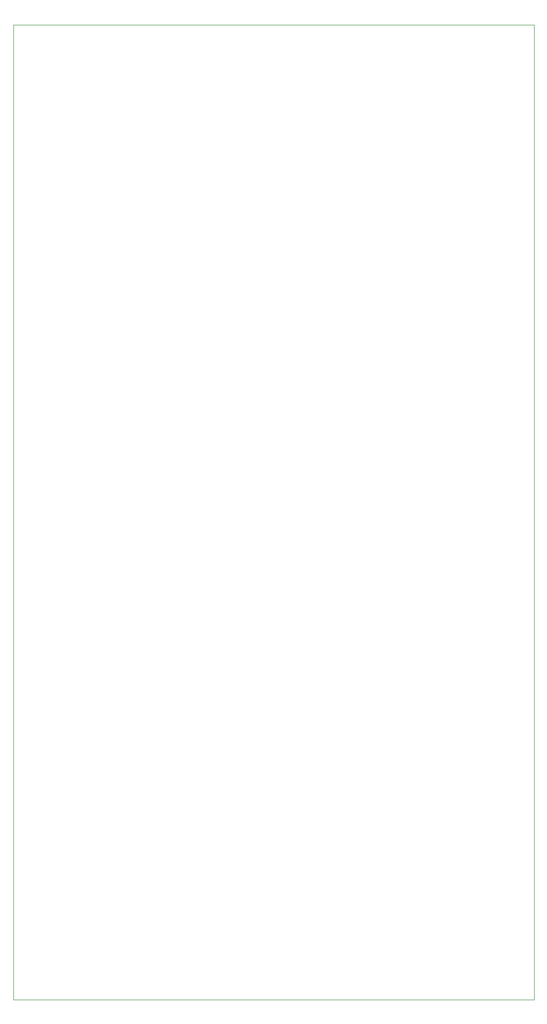
<source format=gm1>
G04 #@! TF.GenerationSoftware,KiCad,Pcbnew,(5.1.10-1-10_14)*
G04 #@! TF.CreationDate,2021-11-12T14:31:54-05:00*
G04 #@! TF.ProjectId,Guitar_Amp,47756974-6172-45f4-916d-702e6b696361,rev?*
G04 #@! TF.SameCoordinates,Original*
G04 #@! TF.FileFunction,Profile,NP*
%FSLAX46Y46*%
G04 Gerber Fmt 4.6, Leading zero omitted, Abs format (unit mm)*
G04 Created by KiCad (PCBNEW (5.1.10-1-10_14)) date 2021-11-12 14:31:54*
%MOMM*%
%LPD*%
G01*
G04 APERTURE LIST*
G04 #@! TA.AperFunction,Profile*
%ADD10C,0.050000*%
G04 #@! TD*
G04 APERTURE END LIST*
D10*
X52070000Y-222250000D02*
X140970000Y-222250000D01*
X52070000Y-55880000D02*
X140970000Y-55880000D01*
X140970000Y-222250000D02*
X140970000Y-55880000D01*
X52070000Y-55880000D02*
X52070000Y-222250000D01*
M02*

</source>
